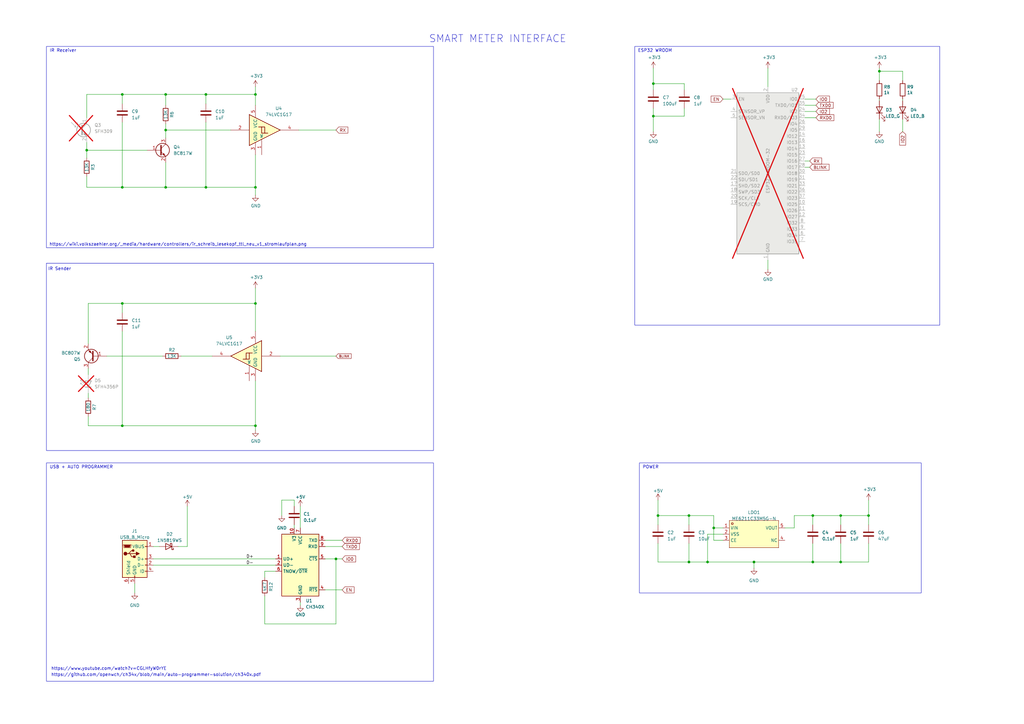
<source format=kicad_sch>
(kicad_sch (version 20230819) (generator eeschema)
  (paper "A3")
  (lib_symbols
    (symbol "74LVC1G17_1"
      (property "Reference" "U" (at 2.54 7.62 0))
      (property "Value" "74LVC1G17" (at 5.08 -7.62 0))
      (symbol "74LVC1G17_1_0_1"
        (polyline (pts (xy -2.54 1.27) (xy -1.27 1.27) (xy -1.27 -1.27)) (stroke (width 0.254)) (fill (type background)))
        (polyline (pts (xy -7.62 6.35) (xy -7.62 -6.35) (xy 5.08 0) (xy -7.62 6.35)) (stroke (width 0.254)) (fill (type background)))
        (polyline (pts (xy -3.81 1.27) (xy -2.54 1.27) (xy -2.54 -1.27) (xy 0 -1.27)) (stroke (width 0.254)) (fill (type background)))
      )
      (symbol "74LVC1G17_1_1_1"
        (pin free line (at -2.54 -10.16 90) (length 6.35) (name "NC") (number "1"))
        (pin input line (at -15.24 0 0) (length 7.62) (name "~") (number "2"))
        (pin power_in line (at -5.08 -10.16 90) (length 5.08) (name "GND") (number "3"))
        (pin output line (at 12.7 0 180) (length 7.62) (name "~") (number "4"))
        (pin power_in line (at -5.08 10.16 270) (length 5.08) (name "VCC") (number "5"))
      )
    )
    (symbol "Connector:USB_B_Micro" (pin_names (offset 1.016))
      (property "Reference" "J" (at -5.08 11.43 0))
      (property "Value" "USB_B_Micro" (at -5.08 8.89 0))
      (symbol "USB_B_Micro_0_1"
        (rectangle (start -5.08 -7.62) (end 5.08 7.62) (stroke (width 0.254)) (fill (type background)))
        (circle (center -3.81 2.159) (radius 0.635) (stroke (width 0.254)) (fill (type outline)))
        (circle (center -0.635 3.429) (radius 0.381) (stroke (width 0.254)) (fill (type outline)))
        (rectangle (start -0.127 -7.62) (end 0.127 -6.858))
        (polyline (pts (xy -1.905 2.159) (xy 0.635 2.159)) (stroke (width 0.254)))
        (polyline (pts (xy -3.175 2.159) (xy -2.54 2.159) (xy -1.27 3.429) (xy -0.635 3.429)) (stroke (width 0.254)))
        (polyline (pts (xy -2.54 2.159) (xy -1.905 2.159) (xy -1.27 0.889) (xy 0 0.889)) (stroke (width 0.254)))
        (polyline (pts (xy 0.635 2.794) (xy 0.635 1.524) (xy 1.905 2.159) (xy 0.635 2.794)) (stroke (width 0.254)) (fill (type outline)))
        (polyline (pts (xy -4.318 5.588) (xy -1.778 5.588) (xy -2.032 4.826) (xy -4.064 4.826) (xy -4.318 5.588)) (fill (type outline)))
        (polyline (pts (xy -4.699 5.842) (xy -4.699 5.588) (xy -4.445 4.826) (xy -4.445 4.572) (xy -1.651 4.572) (xy -1.651 4.826) (xy -1.397 5.588) (xy -1.397 5.842) (xy -4.699 5.842)))
        (rectangle (start 0.254 1.27) (end -0.508 0.508) (stroke (width 0.254)) (fill (type outline)))
        (rectangle (start 5.08 -5.207) (end 4.318 -4.953))
        (rectangle (start 5.08 -2.667) (end 4.318 -2.413))
        (rectangle (start 5.08 -0.127) (end 4.318 0.127))
        (rectangle (start 5.08 4.953) (end 4.318 5.207))
      )
      (symbol "USB_B_Micro_1_1"
        (pin power_out line (at 7.62 5.08 180) (length 2.54) (name "VBUS") (number "1"))
        (pin bidirectional line (at 7.62 -2.54 180) (length 2.54) (name "D-") (number "2"))
        (pin bidirectional line (at 7.62 0 180) (length 2.54) (name "D+") (number "3"))
        (pin passive line (at 7.62 -5.08 180) (length 2.54) (name "ID") (number "4"))
        (pin power_out line (at 0 -10.16 90) (length 2.54) (name "GND") (number "5"))
        (pin passive line (at -2.54 -10.16 90) (length 2.54) (name "Shield") (number "6"))
      )
    )
    (symbol "Device:C" (pin_numbers hide) (pin_names (offset 0.254))
      (property "Reference" "C" (at 0.635 2.54 0))
      (property "Value" "C" (at 0.635 -2.54 0))
      (symbol "C_0_1"
        (polyline (pts (xy -2.032 -0.762) (xy 2.032 -0.762)) (stroke (width 0.508)))
        (polyline (pts (xy -2.032 0.762) (xy 2.032 0.762)) (stroke (width 0.508)))
      )
      (symbol "C_1_1"
        (pin passive line (at 0 3.81 270) (length 2.794) (name "~") (number "1"))
        (pin passive line (at 0 -3.81 90) (length 2.794) (name "~") (number "2"))
      )
    )
    (symbol "Device:R" (pin_numbers hide) (pin_names (offset 0))
      (property "Reference" "R" (at 2.032 0 90))
      (property "Value" "R" (at 0 0 90))
      (symbol "R_0_1"
        (rectangle (start -1.016 -2.54) (end 1.016 2.54) (stroke (width 0.254)))
      )
      (symbol "R_1_1"
        (pin passive line (at 0 3.81 270) (length 1.27) (name "~") (number "1"))
        (pin passive line (at 0 -3.81 90) (length 1.27) (name "~") (number "2"))
      )
    )
    (symbol "Diode:1N5819WS" (pin_numbers hide) (pin_names (offset 1.016) hide)
      (property "Reference" "D" (at 0 2.54 0))
      (property "Value" "1N5819WS" (at 0 -2.54 0))
      (symbol "1N5819WS_0_1"
        (polyline (pts (xy 1.27 0) (xy -1.27 0)))
        (polyline (pts (xy 1.27 1.27) (xy 1.27 -1.27) (xy -1.27 0) (xy 1.27 1.27)) (stroke (width 0.254)))
        (polyline (pts (xy -1.905 0.635) (xy -1.905 1.27) (xy -1.27 1.27) (xy -1.27 -1.27) (xy -0.635 -1.27) (xy -0.635 -0.635)) (stroke (width 0.254)))
      )
      (symbol "1N5819WS_1_1"
        (pin passive line (at -3.81 0 0) (length 2.54) (name "K") (number "1"))
        (pin passive line (at 3.81 0 180) (length 2.54) (name "A") (number "2"))
      )
    )
    (symbol "Interface_USB:CH340X"
      (property "Reference" "U" (at -5.08 13.97 0))
      (property "Value" "CH340X" (at 1.27 13.97 0))
      (symbol "CH340X_0_1"
        (rectangle (start -7.62 12.7) (end 7.62 -12.7) (stroke (width 0.254)) (fill (type background)))
      )
      (symbol "CH340X_1_1"
        (pin bidirectional line (at -10.16 2.54 0) (length 2.54) (name "UD+") (number "1"))
        (pin passive line (at -2.54 15.24 270) (length 2.54) (name "V3") (number "10"))
        (pin bidirectional line (at -10.16 0 0) (length 2.54) (name "UD-") (number "2"))
        (pin power_in line (at 0 -15.24 90) (length 2.54) (name "GND") (number "3"))
        (pin output line (at 10.16 -10.16 180) (length 2.54) (name "~{RTS}") (number "4"))
        (pin input line (at 10.16 2.54 180) (length 2.54) (name "~{CTS}") (number "5"))
        (pin output line (at -10.16 -2.54 0) (length 2.54) (name "TNOW/~{DTR}") (number "6"))
        (pin power_in line (at 0 15.24 270) (length 2.54) (name "VCC") (number "7"))
        (pin output line (at 10.16 10.16 180) (length 2.54) (name "TXD") (number "8"))
        (pin input line (at 10.16 7.62 180) (length 2.54) (name "RXD") (number "9"))
      )
    )
    (symbol "LCSC:ME6211C33M5G-N"
      (property "Reference" "LDO" (at 0 7.62 0))
      (property "Value" "ME6211C33M5G-N" (at 0 -7.62 0))
      (symbol "ME6211C33M5G-N_0_1"
        (rectangle (start -10.16 5.59) (end 10.16 -5.59) (fill (type background)))
        (circle (center -8.89 4.32) (radius 0.38))
        (circle (center -8.89 4.32) (radius 0.38))
        (pin unspecified line (at -12.7 2.54 0) (length 2.54) (name "VIN") (number "1"))
        (pin unspecified line (at -12.7 0 0) (length 2.54) (name "VSS") (number "2"))
        (pin unspecified line (at -12.7 -2.54 0) (length 2.54) (name "CE") (number "3"))
        (pin unspecified line (at 12.7 -2.54 180) (length 2.54) (name "NC") (number "4"))
        (pin unspecified line (at 12.7 2.54 180) (length 2.54) (name "VOUT") (number "5"))
      )
    )
    (symbol "LED:SFH4356P" (pin_numbers hide) (pin_names (offset 1.016) hide)
      (property "Reference" "D" (at 0.508 1.778 0))
      (property "Value" "SFH4356P" (at -1.016 -2.794 0))
      (symbol "SFH4356P_0_1"
        (polyline (pts (xy -2.54 1.27) (xy -2.54 -1.27)) (stroke (width 0.254)))
        (polyline (pts (xy 0 0) (xy -2.54 0)))
        (polyline (pts (xy 0.381 3.175) (xy -0.127 3.175)))
        (polyline (pts (xy -1.143 1.651) (xy 0.381 3.175) (xy 0.381 2.667)))
        (polyline (pts (xy 0 1.27) (xy -2.54 0) (xy 0 -1.27) (xy 0 1.27)) (stroke (width 0.254)))
        (polyline (pts (xy -2.413 1.651) (xy -0.889 3.175) (xy -0.889 2.667) (xy -0.889 3.175) (xy -1.397 3.175)))
      )
      (symbol "SFH4356P_1_1"
        (pin passive line (at -5.08 0 0) (length 2.54) (name "K") (number "1"))
        (pin passive line (at 2.54 0 180) (length 2.54) (name "A") (number "2"))
      )
    )
    (symbol "LED_1" (pin_numbers hide) (pin_names (offset 1.016) hide)
      (property "Reference" "D" (at 0 2.54 0))
      (property "Value" "LED" (at 0 -2.54 0))
      (symbol "LED_1_0_1"
        (polyline (pts (xy -1.27 -1.27) (xy -1.27 1.27)) (stroke (width 0.254)))
        (polyline (pts (xy -1.27 0) (xy 1.27 0)))
        (polyline (pts (xy 1.27 -1.27) (xy 1.27 1.27) (xy -1.27 0) (xy 1.27 -1.27)) (stroke (width 0.254)))
        (polyline (pts (xy -3.048 -0.762) (xy -4.572 -2.286) (xy -3.81 -2.286) (xy -4.572 -2.286) (xy -4.572 -1.524)))
        (polyline (pts (xy -1.778 -0.762) (xy -3.302 -2.286) (xy -2.54 -2.286) (xy -3.302 -2.286) (xy -3.302 -1.524)))
      )
      (symbol "LED_1_1_1"
        (pin passive line (at -3.81 0 0) (length 2.54) (name "K") (number "1"))
        (pin passive line (at 3.81 0 180) (length 2.54) (name "A") (number "2"))
      )
    )
    (symbol "RF_Module:ESP32-WROOM-32"
      (property "Reference" "U" (at -12.7 34.29 0))
      (property "Value" "ESP32-WROOM-32" (at 1.27 34.29 0))
      (symbol "ESP32-WROOM-32_0_1"
        (rectangle (start -12.7 33.02) (end 12.7 -33.02) (stroke (width 0.254)) (fill (type background)))
      )
      (symbol "ESP32-WROOM-32_1_1"
        (pin power_in line (at 0 -35.56 90) (length 2.54) (name "GND") (number "1"))
        (pin bidirectional line (at 15.24 -12.7 180) (length 2.54) (name "IO25") (number "10"))
        (pin bidirectional line (at 15.24 -15.24 180) (length 2.54) (name "IO26") (number "11"))
        (pin bidirectional line (at 15.24 -17.78 180) (length 2.54) (name "IO27") (number "12"))
        (pin bidirectional line (at 15.24 10.16 180) (length 2.54) (name "IO14") (number "13"))
        (pin bidirectional line (at 15.24 15.24 180) (length 2.54) (name "IO12") (number "14"))
        (pin passive line (at 0 -35.56 90) (length 2.54) hide (name "GND") (number "15"))
        (pin bidirectional line (at 15.24 12.7 180) (length 2.54) (name "IO13") (number "16"))
        (pin bidirectional line (at -15.24 -5.08 0) (length 2.54) (name "SHD/SD2") (number "17"))
        (pin bidirectional line (at -15.24 -7.62 0) (length 2.54) (name "SWP/SD3") (number "18"))
        (pin bidirectional line (at -15.24 -12.7 0) (length 2.54) (name "SCS/CMD") (number "19"))
        (pin power_in line (at 0 35.56 270) (length 2.54) (name "VDD") (number "2"))
        (pin bidirectional line (at -15.24 -10.16 0) (length 2.54) (name "SCK/CLK") (number "20"))
        (pin bidirectional line (at -15.24 0 0) (length 2.54) (name "SDO/SD0") (number "21"))
        (pin bidirectional line (at -15.24 -2.54 0) (length 2.54) (name "SDI/SD1") (number "22"))
        (pin bidirectional line (at 15.24 7.62 180) (length 2.54) (name "IO15") (number "23"))
        (pin bidirectional line (at 15.24 25.4 180) (length 2.54) (name "IO2") (number "24"))
        (pin bidirectional line (at 15.24 30.48 180) (length 2.54) (name "IO0") (number "25"))
        (pin bidirectional line (at 15.24 20.32 180) (length 2.54) (name "IO4") (number "26"))
        (pin bidirectional line (at 15.24 5.08 180) (length 2.54) (name "IO16") (number "27"))
        (pin bidirectional line (at 15.24 2.54 180) (length 2.54) (name "IO17") (number "28"))
        (pin bidirectional line (at 15.24 17.78 180) (length 2.54) (name "IO5") (number "29"))
        (pin input line (at -15.24 30.48 0) (length 2.54) (name "EN") (number "3"))
        (pin bidirectional line (at 15.24 0 180) (length 2.54) (name "IO18") (number "30"))
        (pin bidirectional line (at 15.24 -2.54 180) (length 2.54) (name "IO19") (number "31"))
        (pin no_connect line (at -12.7 -27.94 0) (length 2.54) hide (name "NC") (number "32"))
        (pin bidirectional line (at 15.24 -5.08 180) (length 2.54) (name "IO21") (number "33"))
        (pin bidirectional line (at 15.24 22.86 180) (length 2.54) (name "RXD0/IO3") (number "34"))
        (pin bidirectional line (at 15.24 27.94 180) (length 2.54) (name "TXD0/IO1") (number "35"))
        (pin bidirectional line (at 15.24 -7.62 180) (length 2.54) (name "IO22") (number "36"))
        (pin bidirectional line (at 15.24 -10.16 180) (length 2.54) (name "IO23") (number "37"))
        (pin passive line (at 0 -35.56 90) (length 2.54) hide (name "GND") (number "38"))
        (pin passive line (at 0 -35.56 90) (length 2.54) hide (name "GND") (number "39"))
        (pin input line (at -15.24 25.4 0) (length 2.54) (name "SENSOR_VP") (number "4"))
        (pin input line (at -15.24 22.86 0) (length 2.54) (name "SENSOR_VN") (number "5"))
        (pin input line (at 15.24 -25.4 180) (length 2.54) (name "IO34") (number "6"))
        (pin input line (at 15.24 -27.94 180) (length 2.54) (name "IO35") (number "7"))
        (pin bidirectional line (at 15.24 -20.32 180) (length 2.54) (name "IO32") (number "8"))
        (pin bidirectional line (at 15.24 -22.86 180) (length 2.54) (name "IO33") (number "9"))
      )
    )
    (symbol "Sensor_Optical:SFH309" (pin_names (offset 0) hide)
      (property "Reference" "Q" (at 5.08 1.27 0))
      (property "Value" "SFH309" (at 5.08 -1.27 0))
      (symbol "SFH309_0_1"
        (polyline (pts (xy -1.905 1.27) (xy -2.54 1.27)))
        (polyline (pts (xy -1.27 2.54) (xy -1.905 2.54)))
        (polyline (pts (xy 0.635 0.635) (xy 2.54 2.54)))
        (polyline (pts (xy -3.81 3.175) (xy -1.905 1.27) (xy -1.905 1.905)))
        (polyline (pts (xy -3.175 4.445) (xy -1.27 2.54) (xy -1.27 3.175)))
        (polyline (pts (xy 0.635 -0.635) (xy 2.54 -2.54) (xy 2.54 -2.54)))
        (polyline (pts (xy 0.635 1.905) (xy 0.635 -1.905) (xy 0.635 -1.905)) (stroke (width 0.508)))
        (polyline (pts (xy 1.27 -1.778) (xy 1.778 -1.27) (xy 2.286 -2.286) (xy 1.27 -1.778) (xy 1.27 -1.778)) (fill (type outline)))
        (circle (center 1.27 0) (radius 2.8194) (stroke (width 0.254)))
      )
      (symbol "SFH309_1_1"
        (pin passive line (at 2.54 5.08 270) (length 2.54) (name "C") (number "1"))
        (pin passive line (at 2.54 -5.08 90) (length 2.54) (name "E") (number "2"))
      )
    )
    (symbol "Transistor_BJT:BC807W" (pin_names (offset 0) hide)
      (property "Reference" "Q" (at 5.08 1.905 0))
      (property "Value" "BC807W" (at 5.08 0 0))
      (symbol "BC807W_0_1"
        (polyline (pts (xy 0.635 0.635) (xy 2.54 2.54)))
        (polyline (pts (xy 0.635 -0.635) (xy 2.54 -2.54) (xy 2.54 -2.54)))
        (polyline (pts (xy 0.635 1.905) (xy 0.635 -1.905) (xy 0.635 -1.905)) (stroke (width 0.508)))
        (polyline (pts (xy 2.286 -1.778) (xy 1.778 -2.286) (xy 1.27 -1.27) (xy 2.286 -1.778) (xy 2.286 -1.778)) (fill (type outline)))
        (circle (center 1.27 0) (radius 2.8194) (stroke (width 0.254)))
      )
      (symbol "BC807W_1_1"
        (pin input line (at -5.08 0 0) (length 5.715) (name "B") (number "1"))
        (pin passive line (at 2.54 -5.08 90) (length 2.54) (name "E") (number "2"))
        (pin passive line (at 2.54 5.08 270) (length 2.54) (name "C") (number "3"))
      )
    )
    (symbol "Transistor_BJT:BC817W" (pin_names (offset 0) hide)
      (property "Reference" "Q" (at 5.08 1.905 0))
      (property "Value" "BC817W" (at 5.08 0 0))
      (symbol "BC817W_0_1"
        (polyline (pts (xy 0.635 0.635) (xy 2.54 2.54)))
        (polyline (pts (xy 0.635 -0.635) (xy 2.54 -2.54) (xy 2.54 -2.54)))
        (polyline (pts (xy 0.635 1.905) (xy 0.635 -1.905) (xy 0.635 -1.905)) (stroke (width 0.508)))
        (polyline (pts (xy 1.27 -1.778) (xy 1.778 -1.27) (xy 2.286 -2.286) (xy 1.27 -1.778) (xy 1.27 -1.778)) (fill (type outline)))
        (circle (center 1.27 0) (radius 2.8194) (stroke (width 0.254)))
      )
      (symbol "BC817W_1_1"
        (pin input line (at -5.08 0 0) (length 5.715) (name "B") (number "1"))
        (pin passive line (at 2.54 -5.08 90) (length 2.54) (name "E") (number "2"))
        (pin passive line (at 2.54 5.08 270) (length 2.54) (name "C") (number "3"))
      )
    )
    (symbol "eHZ-Serial-rescue:R-device" (pin_numbers hide) (pin_names (offset 0))
      (property "Reference" "R" (at 2.032 0 90))
      (property "Value" "R-device" (at 0 0 90))
      (symbol "R-device_0_1"
        (rectangle (start -1.016 -2.54) (end 1.016 2.54) (stroke (width 0.254)))
      )
      (symbol "R-device_1_1"
        (pin passive line (at 0 3.81 270) (length 1.27) (name "~") (number "1"))
        (pin passive line (at 0 -3.81 90) (length 1.27) (name "~") (number "2"))
      )
    )
    (symbol "power:+3V3" (power) (pin_names (offset 0))
      (property "Value" "+3V3" (at 0 3.556 0))
      (symbol "+3V3_0_1"
        (polyline (pts (xy -0.762 1.27) (xy 0 2.54)))
        (polyline (pts (xy 0 0) (xy 0 2.54)))
        (polyline (pts (xy 0 2.54) (xy 0.762 1.27)))
      )
      (symbol "+3V3_1_1"
        (pin power_in line (at 0 0 90) (length 0) hide (name "+3V3") (number "1"))
      )
    )
    (symbol "power:+5V" (power) (pin_names (offset 0))
      (property "Value" "+5V" (at 0 3.556 0))
      (symbol "+5V_0_1"
        (polyline (pts (xy -0.762 1.27) (xy 0 2.54)))
        (polyline (pts (xy 0 0) (xy 0 2.54)))
        (polyline (pts (xy 0 2.54) (xy 0.762 1.27)))
      )
      (symbol "+5V_1_1"
        (pin power_in line (at 0 0 90) (length 0) hide (name "+5V") (number "1"))
      )
    )
    (symbol "power:GND" (power) (pin_names (offset 0))
      (property "Value" "GND" (at 0 -3.81 0))
      (symbol "GND_0_1"
        (polyline (pts (xy 0 0) (xy 0 -1.27) (xy 1.27 -1.27) (xy 0 -2.54) (xy -1.27 -1.27) (xy 0 -1.27)))
      )
      (symbol "GND_1_1"
        (pin power_in line (at 0 0 270) (length 0) hide (name "GND") (number "1"))
      )
    )
  )
  (junction (at 84.455 76.835))
  (junction (at 356.235 211.455))
  (junction (at 360.68 29.21))
  (junction (at 137.795 229.235))
  (junction (at 84.455 38.735))
  (junction (at 50.165 38.735))
  (junction (at 269.875 211.455))
  (junction (at 104.775 38.735))
  (junction (at 104.775 174.625))
  (junction (at 344.805 230.505))
  (junction (at 267.97 47.625))
  (junction (at 67.945 53.34))
  (junction (at 333.375 211.455))
  (junction (at 50.165 76.835))
  (junction (at 282.575 230.505))
  (junction (at 309.245 230.505))
  (junction (at 292.735 216.535))
  (junction (at 35.56 61.595))
  (junction (at 67.945 38.735))
  (junction (at 104.775 76.835))
  (junction (at 50.165 174.625))
  (junction (at 267.97 34.29))
  (junction (at 104.775 124.46))
  (junction (at 67.945 76.835))
  (junction (at 290.195 230.505))
  (junction (at 282.575 211.455))
  (junction (at 50.165 124.46))
  (junction (at 344.805 211.455))
  (junction (at 333.375 230.505))
  (wire (pts (xy 122.555 53.34) (xy 137.795 53.34)))
  (wire (pts (xy 67.945 76.835) (xy 67.945 66.675)))
  (wire (pts (xy 267.97 34.29) (xy 280.67 34.29)))
  (wire (pts (xy 290.195 219.075) (xy 290.195 230.505)))
  (wire (pts (xy 36.195 124.46) (xy 50.165 124.46)))
  (wire (pts (xy 35.56 76.835) (xy 50.165 76.835)))
  (wire (pts (xy 50.165 124.46) (xy 104.775 124.46)))
  (wire (pts (xy 344.805 211.455) (xy 356.235 211.455)))
  (wire (pts (xy 309.245 230.505) (xy 333.375 230.505)))
  (wire (pts (xy 67.945 53.34) (xy 94.615 53.34)))
  (wire (pts (xy 325.755 211.455) (xy 333.375 211.455)))
  (wire (pts (xy 36.195 174.625) (xy 50.165 174.625)))
  (wire (pts (xy 292.735 221.615) (xy 292.735 216.535)))
  (wire (pts (xy 50.165 174.625) (xy 104.775 174.625)))
  (wire (pts (xy 50.165 76.835) (xy 67.945 76.835)))
  (wire (pts (xy 296.545 219.075) (xy 290.195 219.075)))
  (wire (pts (xy 137.795 255.905) (xy 137.795 229.235)))
  (wire (pts (xy 330.2 40.64) (xy 334.645 40.64)))
  (wire (pts (xy 280.67 34.29) (xy 280.67 36.83)))
  (wire (pts (xy 35.56 38.735) (xy 50.165 38.735)))
  (wire (pts (xy 309.245 230.505) (xy 309.245 233.045)))
  (wire (pts (xy 108.585 236.855) (xy 108.585 234.315)))
  (wire (pts (xy 84.455 50.165) (xy 84.455 76.835)))
  (wire (pts (xy 267.97 44.45) (xy 267.97 47.625)))
  (wire (pts (xy 267.97 47.625) (xy 267.97 53.975)))
  (wire (pts (xy 104.775 118.11) (xy 104.775 124.46)))
  (wire (pts (xy 269.875 222.885) (xy 269.875 230.505)))
  (wire (pts (xy 60.325 61.595) (xy 35.56 61.595)))
  (wire (pts (xy 133.35 221.615) (xy 140.335 221.615)))
  (wire (pts (xy 370.205 41.275) (xy 370.205 40.64)))
  (wire (pts (xy 292.735 216.535) (xy 296.545 216.535)))
  (wire (pts (xy 282.575 230.505) (xy 290.195 230.505)))
  (wire (pts (xy 115.57 205.105) (xy 120.65 205.105)))
  (wire (pts (xy 67.945 38.735) (xy 67.945 43.18)))
  (wire (pts (xy 35.56 72.39) (xy 35.56 76.835)))
  (wire (pts (xy 356.235 211.455) (xy 356.235 215.265)))
  (wire (pts (xy 360.68 27.94) (xy 360.68 29.21)))
  (wire (pts (xy 370.205 29.21) (xy 370.205 33.02)))
  (wire (pts (xy 50.165 135.89) (xy 50.165 174.625)))
  (wire (pts (xy 290.195 230.505) (xy 309.245 230.505)))
  (wire (pts (xy 108.585 244.475) (xy 108.585 255.905)))
  (wire (pts (xy 36.195 161.29) (xy 36.195 163.195)))
  (wire (pts (xy 344.805 230.505) (xy 356.235 230.505)))
  (wire (pts (xy 292.735 211.455) (xy 292.735 216.535)))
  (wire (pts (xy 84.455 38.735) (xy 104.775 38.735)))
  (wire (pts (xy 269.875 205.105) (xy 269.875 211.455)))
  (wire (pts (xy 84.455 42.545) (xy 84.455 38.735)))
  (wire (pts (xy 314.96 27.94) (xy 314.96 35.56)))
  (wire (pts (xy 333.375 222.885) (xy 333.375 230.505)))
  (wire (pts (xy 104.775 135.89) (xy 104.775 124.46)))
  (wire (pts (xy 137.795 229.235) (xy 140.335 229.235)))
  (wire (pts (xy 62.865 231.775) (xy 113.03 231.775)))
  (wire (pts (xy 104.775 80.01) (xy 104.775 76.835)))
  (wire (pts (xy 36.195 140.97) (xy 36.195 124.46)))
  (wire (pts (xy 76.835 207.645) (xy 76.835 224.155)))
  (wire (pts (xy 269.875 211.455) (xy 282.575 211.455)))
  (wire (pts (xy 114.935 146.05) (xy 137.795 146.05)))
  (wire (pts (xy 360.68 29.21) (xy 370.205 29.21)))
  (wire (pts (xy 62.865 224.155) (xy 65.405 224.155)))
  (wire (pts (xy 269.875 230.505) (xy 282.575 230.505)))
  (wire (pts (xy 356.235 205.105) (xy 356.235 211.455)))
  (wire (pts (xy 330.2 43.18) (xy 334.645 43.18)))
  (wire (pts (xy 269.875 215.265) (xy 269.875 211.455)))
  (wire (pts (xy 267.97 47.625) (xy 280.67 47.625)))
  (wire (pts (xy 84.455 76.835) (xy 67.945 76.835)))
  (wire (pts (xy 43.815 146.05) (xy 66.675 146.05)))
  (wire (pts (xy 133.35 229.235) (xy 137.795 229.235)))
  (wire (pts (xy 35.56 58.42) (xy 35.56 61.595)))
  (wire (pts (xy 344.805 222.885) (xy 344.805 230.505)))
  (wire (pts (xy 360.68 40.64) (xy 360.68 41.275)))
  (wire (pts (xy 120.65 215.265) (xy 120.65 216.535)))
  (wire (pts (xy 296.545 221.615) (xy 292.735 221.615)))
  (wire (pts (xy 330.2 48.26) (xy 334.645 48.26)))
  (wire (pts (xy 104.775 174.625) (xy 104.775 176.53)))
  (wire (pts (xy 62.865 229.235) (xy 113.03 229.235)))
  (wire (pts (xy 50.165 50.165) (xy 50.165 76.835)))
  (wire (pts (xy 370.205 48.895) (xy 370.205 53.975)))
  (wire (pts (xy 115.57 211.455) (xy 115.57 205.105)))
  (wire (pts (xy 267.97 34.29) (xy 267.97 36.83)))
  (wire (pts (xy 50.165 42.545) (xy 50.165 38.735)))
  (wire (pts (xy 50.165 38.735) (xy 67.945 38.735)))
  (wire (pts (xy 35.56 48.26) (xy 35.56 38.735)))
  (wire (pts (xy 67.945 38.735) (xy 84.455 38.735)))
  (wire (pts (xy 280.67 47.625) (xy 280.67 44.45)))
  (wire (pts (xy 321.945 216.535) (xy 325.755 216.535)))
  (wire (pts (xy 282.575 211.455) (xy 292.735 211.455)))
  (wire (pts (xy 73.025 224.155) (xy 76.835 224.155)))
  (wire (pts (xy 120.65 205.105) (xy 120.65 207.645)))
  (wire (pts (xy 267.97 27.94) (xy 267.97 34.29)))
  (wire (pts (xy 333.375 211.455) (xy 344.805 211.455)))
  (wire (pts (xy 325.755 216.535) (xy 325.755 211.455)))
  (wire (pts (xy 332.105 68.58) (xy 330.2 68.58)))
  (wire (pts (xy 104.775 38.735) (xy 104.775 43.18)))
  (wire (pts (xy 108.585 234.315) (xy 113.03 234.315)))
  (wire (pts (xy 333.375 211.455) (xy 333.375 215.265)))
  (wire (pts (xy 50.165 124.46) (xy 50.165 128.27)))
  (wire (pts (xy 133.35 241.935) (xy 140.335 241.935)))
  (wire (pts (xy 108.585 255.905) (xy 137.795 255.905)))
  (wire (pts (xy 332.105 66.04) (xy 330.2 66.04)))
  (wire (pts (xy 344.805 211.455) (xy 344.805 215.265)))
  (wire (pts (xy 104.775 35.56) (xy 104.775 38.735)))
  (wire (pts (xy 104.775 76.835) (xy 84.455 76.835)))
  (wire (pts (xy 123.19 247.015) (xy 123.19 248.285)))
  (wire (pts (xy 330.2 45.72) (xy 334.645 45.72)))
  (wire (pts (xy 104.775 156.21) (xy 104.775 174.625)))
  (wire (pts (xy 123.19 207.645) (xy 123.19 216.535)))
  (wire (pts (xy 296.545 40.64) (xy 299.72 40.64)))
  (wire (pts (xy 314.96 106.68) (xy 314.96 110.49)))
  (wire (pts (xy 282.575 222.885) (xy 282.575 230.505)))
  (wire (pts (xy 74.295 146.05) (xy 86.995 146.05)))
  (wire (pts (xy 35.56 61.595) (xy 35.56 64.77)))
  (wire (pts (xy 360.68 48.895) (xy 360.68 53.975)))
  (wire (pts (xy 333.375 230.505) (xy 344.805 230.505)))
  (wire (pts (xy 282.575 211.455) (xy 282.575 215.265)))
  (wire (pts (xy 104.775 63.5) (xy 104.775 76.835)))
  (wire (pts (xy 55.245 239.395) (xy 55.245 243.205)))
  (wire (pts (xy 356.235 230.505) (xy 356.235 222.885)))
  (wire (pts (xy 36.195 170.815) (xy 36.195 174.625)))
  (wire (pts (xy 133.35 224.155) (xy 140.335 224.155)))
  (wire (pts (xy 36.195 151.13) (xy 36.195 153.67)))
  (wire (pts (xy 67.945 53.34) (xy 67.945 56.515)))
  (wire (pts (xy 67.945 50.8) (xy 67.945 53.34)))
  (wire (pts (xy 360.68 29.21) (xy 360.68 33.02)))
  (rectangle (start 19.05 19.05) (end 177.8 101.6))
  (rectangle (start 19.05 189.865) (end 177.8 279.4))
  (rectangle (start 262.255 189.865) (end 377.825 243.205))
  (rectangle (start 19.05 107.95) (end 177.8 184.785))
  (rectangle (start 260.35 19.05) (end 385.445 133.35))
  (text "POWER" (at 263.525 192.405 0) (effects (font (size 1.27 1.27)) (justify left bottom)))
  (text "USB + AUTO PROGRAMMER" (at 20.32 192.405 0) (effects (font (size 1.27 1.27)) (justify left bottom)))
  (text "ESP32 WROOM\n" (at 261.62 21.59 0) (effects (font (size 1.27 1.27)) (justify left bottom)))
  (text "SMART METER INTERFACE " (at 175.895 17.78 0) (effects (font (size 3 3)) (justify left bottom)))
  (text "https://www.youtube.com/watch?v=CGLHfyW0rYE" (at 20.955 274.32 0) (effects (font (size 1.27 1.27)) (justify left)))
  (text "https://wiki.volkszaehler.org/_media/hardware/controllers/ir_schreib_lesekopf_ttl_neu_v1_stromlaufplan.png" (at 73.025 100.33 0) (effects (font (size 1.27 1.27))))
  (text "https://github.com/openwch/ch34x/blob/main/auto-programmer-solution/ch340x.pdf" (at 20.955 276.86 0) (effects (font (size 1.27 1.27)) (justify left)))
  (text "IR Sender" (at 19.685 111.125 0) (effects (font (size 1.27 1.27)) (justify left bottom)))
  (text "IR Receiver" (at 20.32 21.59 0) (effects (font (size 1.27 1.27)) (justify left bottom)))
  (label "D-" (at 100.965 231.775 0))
  (label "D+" (at 100.965 229.235 0))
  (global_label "TXD0" (shape input) (at 334.645 43.18 0) (property "Intersheetrefs" "${INTERSHEET_REFS}" (effects hide)))
  (global_label "IO2" (shape input) (at 370.205 53.975 270) (property "Intersheetrefs" "${INTERSHEET_REFS}" (effects hide)))
  (global_label "IO0" (shape input) (at 334.645 40.64 0) (property "Intersheetrefs" "${INTERSHEET_REFS}" (effects hide)))
  (global_label "RX" (shape input) (at 332.105 66.04 0) (property "Intersheetrefs" "${INTERSHEET_REFS}" (effects hide)))
  (global_label "RX" (shape input) (at 137.795 53.34 0) (property "Intersheetrefs" "${INTERSHEET_REFS}" (effects hide)))
  (global_label "IO2" (shape input) (at 334.645 45.72 0) (property "Intersheetrefs" "${INTERSHEET_REFS}" (effects hide)))
  (global_label "TXD0" (shape input) (at 140.335 224.155 0) (property "Intersheetrefs" "${INTERSHEET_REFS}" (effects hide)))
  (global_label "BLINK" (shape input) (at 137.795 146.05 0) (effects (font (size 1 1))) (property "Intersheetrefs" "${INTERSHEET_REFS}" (effects hide)))
  (global_label "RXD0" (shape input) (at 334.645 48.26 0) (property "Intersheetrefs" "${INTERSHEET_REFS}" (effects hide)))
  (global_label "EN" (shape input) (at 296.545 40.64 180) (property "Intersheetrefs" "${INTERSHEET_REFS}" (effects hide)))
  (global_label "RXD0" (shape input) (at 140.335 221.615 0) (property "Intersheetrefs" "${INTERSHEET_REFS}" (effects hide)))
  (global_label "EN" (shape input) (at 140.335 241.935 0) (property "Intersheetrefs" "${INTERSHEET_REFS}" (effects hide)))
  (global_label "BLINK" (shape input) (at 332.105 68.58 0) (property "Intersheetrefs" "${INTERSHEET_REFS}" (effects hide)))
  (global_label "IO0" (shape input) (at 140.335 229.235 0) (property "Intersheetrefs" "${INTERSHEET_REFS}" (effects hide)))
  (symbol (lib_id "power:+3V3") (at 104.775 35.56 0) (unit 1)
    (property "Reference" "#PWR0101" (effects hide))
    (property "Value" "+3V3" (at 105.156 31.1658 0))
  )
  (symbol (lib_id "power:+3V3") (at 104.775 118.11 0) (unit 1)
    (property "Reference" "#PWR0117" (effects hide))
    (property "Value" "+3V3" (at 105.156 113.7158 0))
  )
  (symbol (lib_id "power:GND") (at 104.775 80.01 0) (unit 1)
    (property "Reference" "#PWR0104" (effects hide))
    (property "Value" "GND" (at 104.902 84.4042 0))
  )
  (symbol (lib_id "power:GND") (at 104.775 176.53 0) (unit 1)
    (property "Reference" "#PWR0110" (effects hide))
    (property "Value" "GND" (at 104.902 180.9242 0))
  )
  (symbol (lib_id "power:GND") (at 309.245 233.045 0) (unit 1)
    (property "Reference" "#PWR0107" (effects hide))
    (property "Value" "GND" (at 309.245 238.125 0))
  )
  (symbol (lib_id "Device:R") (at 108.585 240.665 0) (unit 1)
    (property "Reference" "R12" (at 111.125 240.665 90))
    (property "Value" "4K7" (at 108.585 240.665 90))
    (property "Footprint" "Resistor_SMD:R_0402_1005Metric" (effects hide))
    (property "LCSC" "C25900" (effects hide))
  )
  (symbol (lib_id "Device:R") (at 70.485 146.05 90) (unit 1)
    (property "Reference" "R2" (at 70.485 143.51 90))
    (property "Value" "13K" (at 70.485 146.05 90))
    (property "Footprint" "Resistor_SMD:R_0402_1005Metric" (effects hide))
    (property "LCSC" "C25744" (effects hide))
  )
  (symbol (lib_id "Diode:1N5819WS") (at 69.215 224.155 180) (unit 1)
    (property "Reference" "D2" (at 69.5325 219.075 0))
    (property "Value" "1N5819WS" (at 69.5325 221.615 0))
    (property "Footprint" "Diode_SMD:D_SOD-323" (effects hide))
    (property "Datasheet" "https://datasheet.lcsc.com/lcsc/2204281430_Guangdong-Hottech-1N5819WS_C191023.pdf" (effects hide))
    (property "LCSC" "C191023" (effects hide))
  )
  (symbol (lib_name "LED_1") (lib_id "Device:LED") (at 370.205 45.085 90) (unit 1)
    (property "Reference" "D4" (at 373.38 45.085 90) (effects (justify right)))
    (property "Value" "LED_B" (at 373.38 47.625 90) (effects (justify right)))
    (property "Footprint" "LED_SMD:LED_0603_1608Metric" (effects hide))
    (property "LCSC" "C72041" (effects hide))
  )
  (symbol (lib_id "LCSC:ME6211C33M5G-N") (at 309.245 219.075 0) (unit 1)
    (property "Reference" "LDO1" (at 309.245 210.185 0))
    (property "Value" "ME6211C33M5G-N" (at 309.245 212.725 0))
    (property "Footprint" "Package_TO_SOT_SMD:SOT-23-5" (effects hide))
    (property "Datasheet" "https://lcsc.com/product-detail/Low-Dropout-Regulators-LDO_ME6211C33M5G-N_C82942.html" (effects hide))
    (property "LCSC" "C82942" (effects hide))
  )
  (symbol (lib_id "Connector:USB_B_Micro") (at 55.245 229.235 0) (unit 1)
    (property "Reference" "J1" (at 55.245 217.805 0))
    (property "Value" "USB_B_Micro" (at 55.245 220.345 0))
    (property "Footprint" "LCSC:MICRO-USB-SMD_10118193-0001LF" (effects hide))
    (property "LCSC" "C132562" (effects hide))
  )
  (symbol (lib_id "eHZ-Serial-rescue:R-device") (at 370.205 36.83 0) (unit 1)
    (property "Reference" "R9" (at 371.983 35.662 0) (effects (justify left)))
    (property "Value" "1k" (at 371.983 37.973 0) (effects (justify left)))
    (property "Footprint" "Resistor_SMD:R_0402_1005Metric" (effects hide))
    (property "LCSC" "C11702" (effects hide))
  )
  (symbol (lib_id "eHZ-Serial-rescue:R-device") (at 360.68 36.83 0) (unit 1)
    (property "Reference" "R8" (at 362.458 35.662 0) (effects (justify left)))
    (property "Value" "1k" (at 362.458 37.973 0) (effects (justify left)))
    (property "Footprint" "Resistor_SMD:R_0402_1005Metric" (effects hide))
    (property "LCSC" "C11702" (effects hide))
  )
  (symbol (lib_id "Device:C") (at 120.65 211.455 0) (unit 1)
    (property "Reference" "C1" (at 124.46 210.82 0) (effects (justify left)))
    (property "Value" "0.1uF" (at 124.46 213.36 0) (effects (justify left)))
    (property "Footprint" "Capacitor_SMD:C_0402_1005Metric" (effects hide))
    (property "LCSC" "C307331" (effects hide))
  )
  (symbol (lib_id "power:GND") (at 360.68 53.975 0) (unit 1)
    (property "Reference" "#PWR0116" (effects hide))
    (property "Value" "GND" (at 360.68 58.0311 0))
  )
  (symbol (lib_id "RF_Module:ESP32-WROOM-32") (at 314.96 71.12 0) (unit 1) (dnp yes)
    (property "Reference" "U2" (at 324.485 36.83 0) (effects (justify left)))
    (property "Value" "ESP32-WROOM-32" (at 314.96 79.375 90) (effects (justify left)))
    (property "Footprint" "RF_Module:ESP32-WROOM-32" (effects hide))
    (property "Datasheet" "https://www.espressif.com/sites/default/files/documentation/esp32-wroom-32_datasheet_en.pdf" (effects hide))
  )
  (symbol (lib_id "Device:C") (at 344.805 219.075 0) (unit 1)
    (property "Reference" "C5" (at 348.615 218.44 0) (effects (justify left)))
    (property "Value" "1uF" (at 348.615 220.98 0) (effects (justify left)))
    (property "Footprint" "Capacitor_SMD:C_0402_1005Metric" (effects hide))
    (property "LCSC" "C52923" (effects hide))
  )
  (symbol (lib_name "74LVC1G17_1") (lib_id "74xGxx:74LVC1G17") (at 109.855 53.34 0) (unit 1)
    (property "Reference" "U4" (at 114.3 44.45 0))
    (property "Value" "74LVC1G17" (at 114.3 46.99 0))
    (property "Footprint" "Package_TO_SOT_SMD:SOT-553" (effects hide))
    (property "Datasheet" "https://www.ti.com/lit/ds/symlink/sn74lvc1g17.pdf" (effects hide))
    (property "Description" "Single Schmitt Buffer Gate, Low-Voltage CMOS" (effects hide))
    (property "LCSC" "C2652096" (effects hide))
  )
  (symbol (lib_id "power:+5V") (at 123.19 207.645 0) (unit 1)
    (property "Reference" "#PWR0113" (effects hide))
    (property "Value" "+5V" (at 123.19 203.835 0))
  )
  (symbol (lib_id "Device:C") (at 280.67 40.64 0) (unit 1)
    (property "Reference" "C8" (at 284.48 40.005 0) (effects (justify left)))
    (property "Value" "1uF" (at 284.48 42.545 0) (effects (justify left)))
    (property "Footprint" "Capacitor_SMD:C_0402_1005Metric" (effects hide))
    (property "LCSC" "C52923" (effects hide))
  )
  (symbol (lib_id "power:GND") (at 314.96 110.49 0) (unit 1)
    (property "Reference" "#PWR0115" (effects hide))
    (property "Value" "GND" (at 314.96 114.5461 0))
  )
  (symbol (lib_id "Transistor_BJT:BC807W") (at 38.735 146.05 180) (unit 1)
    (property "Reference" "Q5" (at 33.02 147.3201 0) (effects (justify left)))
    (property "Value" "BC807W" (at 33.02 144.7801 0) (effects (justify left)))
    (property "Footprint" "Package_TO_SOT_SMD:SOT-323_SC-70" (effects hide))
    (property "Datasheet" "https://www.onsemi.com/pub/Collateral/BC808-D.pdf" (effects hide))
    (property "Description" "0.8A Ic, 45V Vce, PNP Transistor, SOT-323" (effects hide))
    (property "LCSC" "C75564" (effects hide))
  )
  (symbol (lib_id "power:+3V3") (at 356.235 205.105 0) (unit 1)
    (property "Reference" "#PWR0103" (effects hide))
    (property "Value" "+3V3" (at 356.616 200.7108 0))
  )
  (symbol (lib_id "Device:C") (at 269.875 219.075 0) (unit 1)
    (property "Reference" "C2" (at 273.685 218.44 0) (effects (justify left)))
    (property "Value" "1uF" (at 273.685 220.98 0) (effects (justify left)))
    (property "Footprint" "Capacitor_SMD:C_0402_1005Metric" (effects hide))
    (property "LCSC" "C52923" (effects hide))
  )
  (symbol (lib_name "LED_1") (lib_id "Device:LED") (at 360.68 45.085 90) (unit 1)
    (property "Reference" "D3" (at 363.22 45.085 90) (effects (justify right)))
    (property "Value" "LED_G" (at 363.22 47.625 90) (effects (justify right)))
    (property "Footprint" "LED_SMD:LED_0603_1608Metric" (effects hide))
    (property "LCSC" "C72043" (effects hide))
  )
  (symbol (lib_id "power:+3V3") (at 267.97 27.94 0) (unit 1)
    (property "Reference" "#PWR0122" (effects hide))
    (property "Value" "+3V3" (at 268.351 23.5458 0))
  )
  (symbol (lib_id "power:GND") (at 267.97 53.975 0) (unit 1)
    (property "Reference" "#PWR0118" (effects hide))
    (property "Value" "GND" (at 267.97 58.0311 0))
  )
  (symbol (lib_id "Transistor_BJT:BC817W") (at 65.405 61.595 0) (unit 1)
    (property "Reference" "Q4" (at 71.12 60.3249 0) (effects (justify left)))
    (property "Value" "BC817W" (at 71.12 62.8649 0) (effects (justify left)))
    (property "Footprint" "Package_TO_SOT_SMD:SOT-323_SC-70" (effects hide))
    (property "Datasheet" "https://www.onsemi.com/pub/Collateral/BC818-D.pdf" (effects hide))
    (property "Description" "0.8A Ic, 45V Vce, NPN Transistor, SOT-323" (effects hide))
    (property "LCSC" "C148104" (effects hide))
  )
  (symbol (lib_id "Device:C") (at 356.235 219.075 0) (unit 1)
    (property "Reference" "C6" (at 360.045 218.44 0) (effects (justify left)))
    (property "Value" "47uF" (at 360.045 220.98 0) (effects (justify left)))
    (property "Footprint" "Capacitor_SMD:C_0805_2012Metric" (effects hide))
    (property "LCSC" "C16780" (effects hide))
  )
  (symbol (lib_id "Device:R") (at 35.56 68.58 0) (unit 1)
    (property "Reference" "R3" (at 38.1 68.58 90))
    (property "Value" "13K" (at 35.56 68.58 90))
    (property "Footprint" "Resistor_SMD:R_0402_1005Metric" (effects hide))
    (property "LCSC" "C25744" (effects hide))
  )
  (symbol (lib_id "power:GND") (at 123.19 248.285 0) (unit 1)
    (property "Reference" "#PWR0109" (effects hide))
    (property "Value" "GND" (at 123.19 252.095 0))
  )
  (symbol (lib_id "power:GND") (at 115.57 211.455 0) (unit 1)
    (property "Reference" "#PWR0112" (effects hide))
    (property "Value" "GND" (at 115.57 216.535 0))
  )
  (symbol (lib_id "Device:C") (at 267.97 40.64 0) (unit 1)
    (property "Reference" "C7" (at 271.78 40.005 0) (effects (justify left)))
    (property "Value" "100uF" (at 271.78 42.545 0) (effects (justify left)))
    (property "Footprint" "Capacitor_SMD:C_1206_3216Metric" (effects hide))
    (property "LCSC" "C15008" (effects hide))
  )
  (symbol (lib_id "power:+5V") (at 76.835 207.645 0) (unit 1)
    (property "Reference" "#PWR0114" (effects hide))
    (property "Value" "+5V" (at 76.835 203.835 0))
  )
  (symbol (lib_id "Device:C") (at 84.455 46.355 0) (unit 1)
    (property "Reference" "C10" (at 88.265 45.72 0) (effects (justify left)))
    (property "Value" "1uF" (at 88.265 48.26 0) (effects (justify left)))
    (property "Footprint" "Capacitor_SMD:C_0402_1005Metric" (effects hide))
    (property "LCSC" "C52923" (effects hide))
  )
  (symbol (lib_id "Device:R") (at 36.195 167.005 0) (unit 1)
    (property "Reference" "R7" (at 38.735 167.005 90))
    (property "Value" "180" (at 36.195 167.005 90))
    (property "Footprint" "Resistor_SMD:R_0603_1608Metric" (effects hide))
    (property "LCSC" "C4177" (effects hide))
  )
  (symbol (lib_id "power:+5V") (at 269.875 205.105 0) (unit 1)
    (property "Reference" "#PWR0106" (effects hide))
    (property "Value" "+5V" (at 269.875 201.295 0))
  )
  (symbol (lib_id "Device:C") (at 282.575 219.075 0) (unit 1)
    (property "Reference" "C3" (at 286.385 218.44 0) (effects (justify left)))
    (property "Value" "10uF" (at 286.385 220.98 0) (effects (justify left)))
    (property "Footprint" "Capacitor_SMD:C_0603_1608Metric" (effects hide))
    (property "LCSC" "C96446" (effects hide))
  )
  (symbol (lib_id "Device:C") (at 50.165 132.08 0) (unit 1)
    (property "Reference" "C11" (at 53.975 131.445 0) (effects (justify left)))
    (property "Value" "1uF" (at 53.975 133.985 0) (effects (justify left)))
    (property "Footprint" "Capacitor_SMD:C_0402_1005Metric" (effects hide))
    (property "LCSC" "C52923" (effects hide))
  )
  (symbol (lib_name "74LVC1G17_1") (lib_id "74xGxx:74LVC1G17") (at 99.695 146.05 0) (mirror y) (unit 1)
    (property "Reference" "U5" (at 93.98 138.43 0))
    (property "Value" "74LVC1G17" (at 93.98 140.97 0))
    (property "Footprint" "Package_TO_SOT_SMD:SOT-553" (effects hide))
    (property "Datasheet" "https://www.ti.com/lit/ds/symlink/sn74lvc1g17.pdf" (effects hide))
    (property "Description" "Single Schmitt Buffer Gate, Low-Voltage CMOS" (effects hide))
    (property "LCSC" "C2652096" (effects hide))
  )
  (symbol (lib_id "power:+3V3") (at 314.96 27.94 0) (unit 1)
    (property "Reference" "#PWR0120" (effects hide))
    (property "Value" "+3V3" (at 315.341 23.5458 0))
  )
  (symbol (lib_id "Interface_USB:CH340X") (at 123.19 231.775 0) (unit 1)
    (property "Reference" "U1" (at 125.3841 246.38 0) (effects (justify left)))
    (property "Value" "CH340X" (at 125.3841 248.92 0) (effects (justify left)))
    (property "Footprint" "Package_SO:MSOP-10_3x3mm_P0.5mm" (effects hide))
    (property "Datasheet" "https://cdn.sparkfun.com/assets/5/0/a/8/5/CH340DS1.PDF" (effects hide))
    (property "Description" "USB serial converter, 5V-tolerant IO, UART, MSOP-10" (effects hide))
    (property "LCSC" "C3035748" (effects hide))
  )
  (symbol (lib_id "Device:C") (at 333.375 219.075 0) (unit 1)
    (property "Reference" "C4" (at 337.185 218.44 0) (effects (justify left)))
    (property "Value" "0.1uF" (at 337.185 220.98 0) (effects (justify left)))
    (property "Footprint" "Capacitor_SMD:C_0402_1005Metric" (effects hide))
    (property "LCSC" "C307331" (effects hide))
  )
  (symbol (lib_id "power:+3V3") (at 360.68 27.94 0) (unit 1)
    (property "Reference" "#PWR0121" (effects hide))
    (property "Value" "+3V3" (at 361.061 23.5458 0))
  )
  (symbol (lib_id "power:GND") (at 55.245 243.205 0) (unit 1)
    (property "Reference" "#PWR0111" (effects hide))
    (property "Value" "GND" (at 55.245 248.285 0))
  )
  (symbol (lib_id "Device:R") (at 67.945 46.99 0) (unit 1)
    (property "Reference" "R6" (at 70.485 46.99 90))
    (property "Value" "13K" (at 67.945 46.99 90))
    (property "Footprint" "Resistor_SMD:R_0402_1005Metric" (effects hide))
    (property "LCSC" "C25744" (effects hide))
  )
  (symbol (lib_id "Device:C") (at 50.165 46.355 0) (unit 1)
    (property "Reference" "C9" (at 53.975 45.72 0) (effects (justify left)))
    (property "Value" "1uF" (at 53.975 48.26 0) (effects (justify left)))
    (property "Footprint" "Capacitor_SMD:C_0402_1005Metric" (effects hide))
    (property "LCSC" "C52923" (effects hide))
  )
  (symbol (lib_id "Sensor_Optical:SFH309") (at 33.02 53.34 0) (unit 1) (dnp yes)
    (property "Reference" "Q3" (at 38.735 51.3206 0) (effects (justify left)))
    (property "Value" "SFH309" (at 38.735 53.8606 0) (effects (justify left)))
    (property "Footprint" "LED_THT:LED_D3.0mm_Clear" (effects hide))
    (property "Datasheet" "http://www.osram-os.com/Graphics/XPic2/00101811_0.pdf/SFH%20309,%20SFH%20309%20FA,%20Lead%20(Pb)%20Free%20Product%20-%20RoHS%20Compliant.pdf" (effects hide))
    (property "Description" "Phototransistor NPN" (effects hide))
  )
  (symbol (lib_id "LED:SFH4356P") (at 36.195 156.21 90) (unit 1) (dnp yes)
    (property "Reference" "D5" (at 38.735 156.0829 90) (effects (justify right)))
    (property "Value" "SFH4356P" (at 38.735 158.6229 90) (effects (justify right)))
    (property "Footprint" "LED_THT:LED_D3.0mm_IRBlack" (effects hide))
    (property "Datasheet" "http://www.osram-os.com/Graphics/XPic5/00181708_0.pdf" (effects hide))
    (property "Description" "Infrared LED , 3mm LED package" (effects hide))
  )
)
</source>
